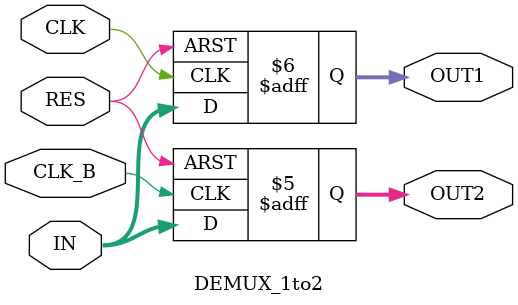
<source format=v>
module DEMUX_1to2 (IN, CLK, CLK_B, RES, OUT1, OUT2);

	 parameter BW = 6;

	 input signed [BW+3:0] IN;
	 input CLK, CLK_B, RES;
	 output signed [BW+3:0] OUT1, OUT2;
	 reg signed [BW+3:0] OUT1, OUT2;

	  always @(posedge CLK or posedge RES) begin
		if( RES == 1'b1)
			OUT1 <= 0;
		else
			OUT1 <= IN;
	 end

	  always @(posedge CLK_B or posedge RES) begin
		if( RES == 1'b1)
			OUT2 <= 0;
		else
			OUT2 <= IN;
	 end

endmodule

</source>
